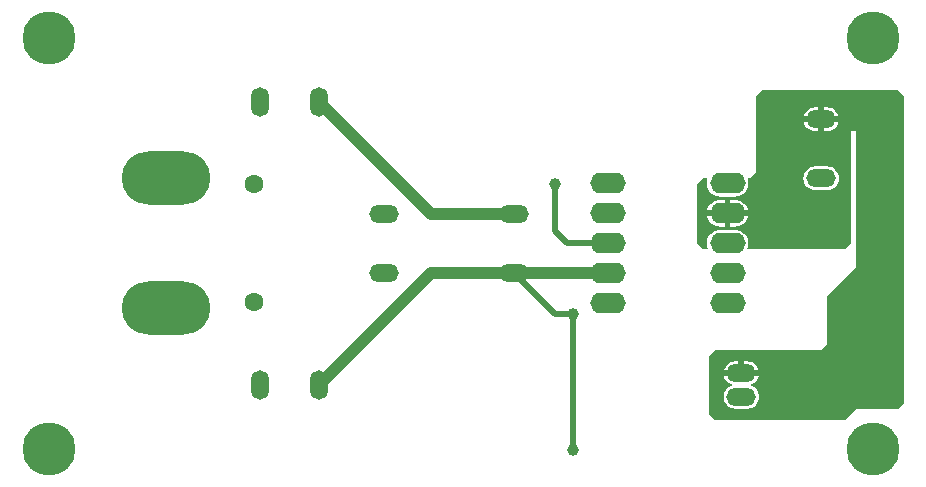
<source format=gbl>
G04 Layer_Physical_Order=2*
G04 Layer_Color=16711680*
%FSLAX25Y25*%
%MOIN*%
G70*
G01*
G75*
%ADD18C,0.03937*%
%ADD19C,0.01969*%
%ADD22O,0.09843X0.05906*%
%ADD23O,0.09843X0.05906*%
%ADD24C,0.17716*%
%ADD25O,0.29528X0.17716*%
%ADD26O,0.05906X0.09843*%
%ADD27O,0.11811X0.06890*%
%ADD28C,0.06299*%
%ADD29C,0.05906*%
%ADD30C,0.03937*%
G36*
X295276Y49213D02*
X295276Y-53150D01*
X293307Y-55118D01*
X279528Y-55118D01*
X275590Y-59055D01*
X232283Y-59055D01*
X230315Y-57087D01*
Y-37402D01*
X232283Y-35433D01*
X267717Y-35433D01*
X269685Y-33465D01*
Y-17717D01*
X279527Y-7874D01*
X279528Y37402D01*
X277559D01*
Y-0D01*
X275590Y-1969D01*
X243329D01*
X243110Y-1641D01*
X243221Y-1373D01*
X243384Y-695D01*
X243439Y0D01*
X243384Y695D01*
X243221Y1373D01*
X242955Y2017D01*
X242590Y2611D01*
X242138Y3142D01*
X241607Y3594D01*
X241013Y3959D01*
X240369Y4225D01*
X239691Y4388D01*
X238996Y4443D01*
X234075D01*
X233380Y4388D01*
X232702Y4225D01*
X232058Y3959D01*
X231463Y3594D01*
X230933Y3142D01*
X230481Y2611D01*
X230116Y2017D01*
X229849Y1373D01*
X229687Y695D01*
X229632Y0D01*
X229687Y-695D01*
X229849Y-1373D01*
X229960Y-1641D01*
X229742Y-1969D01*
X228346D01*
X226378Y0D01*
X226378Y19685D01*
X228346Y21654D01*
X229604D01*
X229822Y21260D01*
X229687Y20695D01*
X229632Y20000D01*
X229687Y19305D01*
X229849Y18627D01*
X230116Y17983D01*
X230481Y17389D01*
X230933Y16858D01*
X231463Y16406D01*
X232058Y16041D01*
X232702Y15775D01*
X233380Y15612D01*
X234075Y15557D01*
X238996D01*
X239691Y15612D01*
X240369Y15775D01*
X241013Y16041D01*
X241607Y16406D01*
X242138Y16858D01*
X242590Y17389D01*
X242955Y17983D01*
X243221Y18627D01*
X243384Y19305D01*
X243439Y20000D01*
X243384Y20695D01*
X243249Y21260D01*
X243467Y21654D01*
X244094D01*
X246063Y23622D01*
X246063Y49213D01*
X248031Y51181D01*
X293307D01*
X295276Y49213D01*
D02*
G37*
%LPC*%
G36*
X235551Y9016D02*
X229756D01*
X229849Y8627D01*
X230116Y7983D01*
X230481Y7389D01*
X230933Y6858D01*
X231463Y6406D01*
X232058Y6041D01*
X232702Y5775D01*
X233380Y5612D01*
X234075Y5557D01*
X235551D01*
Y9016D01*
D02*
G37*
G36*
X243315D02*
X237520D01*
Y5557D01*
X238996D01*
X239691Y5612D01*
X240369Y5775D01*
X241013Y6041D01*
X241607Y6406D01*
X242138Y6858D01*
X242590Y7389D01*
X242955Y7983D01*
X243221Y8627D01*
X243315Y9016D01*
D02*
G37*
G36*
X246926Y-44291D02*
X235358D01*
X235518Y-44821D01*
X235884Y-45505D01*
X236376Y-46104D01*
X236975Y-46596D01*
X237659Y-46962D01*
X237911Y-47038D01*
Y-47450D01*
X237659Y-47526D01*
X236975Y-47892D01*
X236376Y-48384D01*
X235884Y-48983D01*
X235518Y-49667D01*
X235293Y-50409D01*
X235217Y-51181D01*
X235293Y-51953D01*
X235518Y-52695D01*
X235884Y-53379D01*
X236376Y-53978D01*
X236975Y-54470D01*
X237659Y-54836D01*
X238401Y-55061D01*
X239173Y-55137D01*
X243110D01*
X243882Y-55061D01*
X244624Y-54836D01*
X245308Y-54470D01*
X245908Y-53978D01*
X246400Y-53379D01*
X246765Y-52695D01*
X246990Y-51953D01*
X247066Y-51181D01*
X246990Y-50409D01*
X246765Y-49667D01*
X246400Y-48983D01*
X245908Y-48384D01*
X245308Y-47892D01*
X244624Y-47526D01*
X244372Y-47450D01*
Y-47038D01*
X244624Y-46962D01*
X245308Y-46596D01*
X245908Y-46104D01*
X246400Y-45505D01*
X246765Y-44821D01*
X246926Y-44291D01*
D02*
G37*
G36*
X240158Y-39351D02*
X239173D01*
X238401Y-39427D01*
X237659Y-39652D01*
X236975Y-40018D01*
X236376Y-40510D01*
X235884Y-41109D01*
X235518Y-41793D01*
X235358Y-42323D01*
X240158D01*
Y-39351D01*
D02*
G37*
G36*
X243110D02*
X242126D01*
Y-42323D01*
X246926D01*
X246765Y-41793D01*
X246400Y-41109D01*
X245908Y-40510D01*
X245308Y-40018D01*
X244624Y-39652D01*
X243882Y-39427D01*
X243110Y-39351D01*
D02*
G37*
G36*
X235551Y14443D02*
X234075D01*
X233380Y14388D01*
X232702Y14225D01*
X232058Y13959D01*
X231463Y13594D01*
X230933Y13142D01*
X230481Y12611D01*
X230116Y12017D01*
X229849Y11373D01*
X229756Y10984D01*
X235551D01*
Y14443D01*
D02*
G37*
G36*
X273501Y40354D02*
X268701D01*
Y37383D01*
X269685D01*
X270457Y37459D01*
X271199Y37684D01*
X271883Y38049D01*
X272482Y38541D01*
X272974Y39141D01*
X273340Y39825D01*
X273501Y40354D01*
D02*
G37*
G36*
X266732Y45295D02*
X265748D01*
X264976Y45219D01*
X264234Y44993D01*
X263550Y44628D01*
X262951Y44136D01*
X262459Y43536D01*
X262093Y42853D01*
X261932Y42323D01*
X266732D01*
Y45295D01*
D02*
G37*
G36*
X269685D02*
X268701D01*
Y42323D01*
X273501D01*
X273340Y42853D01*
X272974Y43536D01*
X272482Y44136D01*
X271883Y44628D01*
X271199Y44993D01*
X270457Y45219D01*
X269685Y45295D01*
D02*
G37*
G36*
X238996Y14443D02*
X237520D01*
Y10984D01*
X243315D01*
X243221Y11373D01*
X242955Y12017D01*
X242590Y12611D01*
X242138Y13142D01*
X241607Y13594D01*
X241013Y13959D01*
X240369Y14225D01*
X239691Y14388D01*
X238996Y14443D01*
D02*
G37*
G36*
X269685Y25610D02*
X265748D01*
X264976Y25534D01*
X264234Y25308D01*
X263550Y24943D01*
X262951Y24451D01*
X262459Y23851D01*
X262093Y23167D01*
X261868Y22425D01*
X261792Y21654D01*
X261868Y20882D01*
X262093Y20140D01*
X262459Y19456D01*
X262951Y18856D01*
X263550Y18364D01*
X264234Y17999D01*
X264976Y17774D01*
X265748Y17697D01*
X269685D01*
X270457Y17774D01*
X271199Y17999D01*
X271883Y18364D01*
X272482Y18856D01*
X272974Y19456D01*
X273340Y20140D01*
X273565Y20882D01*
X273641Y21654D01*
X273565Y22425D01*
X273340Y23167D01*
X272974Y23851D01*
X272482Y24451D01*
X271883Y24943D01*
X271199Y25308D01*
X270457Y25534D01*
X269685Y25610D01*
D02*
G37*
G36*
X266732Y40354D02*
X261932D01*
X262093Y39825D01*
X262459Y39141D01*
X262951Y38541D01*
X263550Y38049D01*
X264234Y37684D01*
X264976Y37459D01*
X265748Y37383D01*
X266732D01*
Y40354D01*
D02*
G37*
%LPD*%
D18*
X165354Y-9843D02*
X196378D01*
X100394Y47244D02*
X137795Y9843D01*
X165354D01*
X100394Y-47244D02*
X137795Y-9843D01*
X165354D01*
D19*
X183071Y0D02*
X196535D01*
X185039Y-68898D02*
Y-23622D01*
X179134D02*
X185039D01*
X165354Y-9843D02*
X179134Y-23622D01*
Y3937D02*
X183071Y0D01*
X179134Y3937D02*
Y19685D01*
D22*
X267717Y21654D02*
D03*
Y41339D02*
D03*
X165354Y-9843D02*
D03*
Y9843D02*
D03*
X122047Y-9843D02*
D03*
Y9843D02*
D03*
D23*
X241142Y-43307D02*
D03*
Y-51181D02*
D03*
D24*
X285039Y68504D02*
D03*
X10236D02*
D03*
Y-68504D02*
D03*
X285039Y-68504D02*
D03*
D25*
X49213Y21654D02*
D03*
Y-21654D02*
D03*
D26*
X100394Y47244D02*
D03*
X80709D02*
D03*
X100394Y-47244D02*
D03*
X80709D02*
D03*
D27*
X236535Y-20000D02*
D03*
Y-10000D02*
D03*
Y0D02*
D03*
Y10000D02*
D03*
Y20000D02*
D03*
X196535Y-20000D02*
D03*
Y-10000D02*
D03*
Y0D02*
D03*
Y10000D02*
D03*
Y20000D02*
D03*
D28*
X78740Y19685D02*
D03*
Y-19685D02*
D03*
D29*
X279528Y-13780D02*
D03*
D30*
X185039Y-68898D02*
D03*
Y-23622D02*
D03*
X179134Y19685D02*
D03*
M02*

</source>
